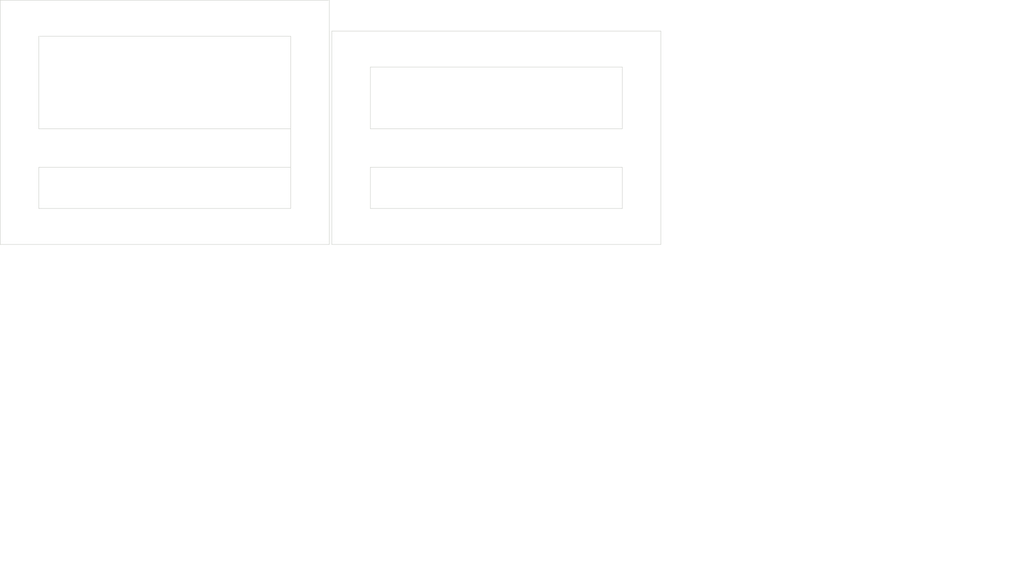
<source format=kicad_pcb>
(kicad_pcb (version 20171130) (host pcbnew 5.1.8-1.fc33)

  (general
    (thickness 1.6)
    (drawings 59)
    (tracks 0)
    (zones 0)
    (modules 0)
    (nets 1)
  )

  (page A4)
  (layers
    (0 F.Cu signal)
    (31 B.Cu signal)
    (32 B.Adhes user)
    (33 F.Adhes user)
    (34 B.Paste user)
    (35 F.Paste user)
    (36 B.SilkS user)
    (37 F.SilkS user)
    (38 B.Mask user)
    (39 F.Mask user)
    (40 Dwgs.User user)
    (41 Cmts.User user)
    (42 Eco1.User user)
    (43 Eco2.User user)
    (44 Edge.Cuts user)
    (45 Margin user)
    (46 B.CrtYd user)
    (47 F.CrtYd user)
    (48 B.Fab user)
    (49 F.Fab user)
  )

  (setup
    (last_trace_width 0.25)
    (trace_clearance 0.2)
    (zone_clearance 0.508)
    (zone_45_only no)
    (trace_min 0.2)
    (via_size 0.8)
    (via_drill 0.4)
    (via_min_size 0.4)
    (via_min_drill 0.3)
    (uvia_size 0.3)
    (uvia_drill 0.1)
    (uvias_allowed no)
    (uvia_min_size 0.2)
    (uvia_min_drill 0.1)
    (edge_width 0.05)
    (segment_width 0.2)
    (pcb_text_width 0.3)
    (pcb_text_size 1.5 1.5)
    (mod_edge_width 0.12)
    (mod_text_size 1 1)
    (mod_text_width 0.15)
    (pad_size 1.524 1.524)
    (pad_drill 0.762)
    (pad_to_mask_clearance 0)
    (aux_axis_origin 0 0)
    (visible_elements FFFFFF7F)
    (pcbplotparams
      (layerselection 0x01000_7ffffffe)
      (usegerberextensions false)
      (usegerberattributes true)
      (usegerberadvancedattributes true)
      (creategerberjobfile true)
      (excludeedgelayer true)
      (linewidth 0.150000)
      (plotframeref false)
      (viasonmask false)
      (mode 1)
      (useauxorigin false)
      (hpglpennumber 1)
      (hpglpenspeed 20)
      (hpglpendiameter 15.000000)
      (psnegative false)
      (psa4output false)
      (plotreference true)
      (plotvalue true)
      (plotinvisibletext false)
      (padsonsilk false)
      (subtractmaskfromsilk false)
      (outputformat 3)
      (mirror false)
      (drillshape 0)
      (scaleselection 1)
      (outputdirectory "./"))
  )

  (net 0 "")

  (net_class Default "To jest domyślna klasa połączeń."
    (clearance 0.2)
    (trace_width 0.25)
    (via_dia 0.8)
    (via_drill 0.4)
    (uvia_dia 0.3)
    (uvia_drill 0.1)
  )

  (gr_line (start 131.75 83.75) (end 132.25 84.5) (layer Eco1.User) (width 0.15))
  (gr_line (start 131.75 83.75) (end 132.5 83.25) (layer Eco1.User) (width 0.15))
  (gr_line (start 135.5 84.5) (end 131.75 83.75) (layer Eco1.User) (width 0.15))
  (gr_line (start 139.75 84.75) (end 133.25 82.25) (layer Eco1.User) (width 0.15))
  (gr_line (start 142.75 86) (end 139.75 84.75) (layer Eco1.User) (width 0.15))
  (gr_line (start 144 87.75) (end 142.75 86) (layer Eco1.User) (width 0.15))
  (gr_line (start 144.25 89.25) (end 144 87.75) (layer Eco1.User) (width 0.15))
  (gr_line (start 144.75 90.75) (end 144.25 89.25) (layer Eco1.User) (width 0.15))
  (gr_line (start 146.75 90.75) (end 144.75 90.75) (layer Eco1.User) (width 0.15))
  (gr_line (start 148.5 90) (end 146.75 90.75) (layer Eco1.User) (width 0.15))
  (gr_line (start 148.5 87.5) (end 148.5 90) (layer Eco1.User) (width 0.15))
  (gr_line (start 147.25 85.5) (end 148.5 87.5) (layer Eco1.User) (width 0.15))
  (gr_line (start 142.5 83.75) (end 147.25 85.5) (layer Eco1.User) (width 0.15))
  (gr_line (start 111.25 71.75) (end 142.5 83.75) (layer Eco1.User) (width 0.15))
  (gr_circle (center 151.25 87.5) (end 151.5 87.5) (layer Eco2.User) (width 0.15))
  (gr_circle (center 150.25 85.75) (end 150.25 86) (layer Eco2.User) (width 0.15))
  (gr_circle (center 146.25 89) (end 146.5 89) (layer Eco2.User) (width 0.15))
  (gr_circle (center 141.25 87.75) (end 141.5 87.75) (layer Eco2.User) (width 0.15))
  (gr_circle (center 155.5 86.25) (end 155.75 86.25) (layer Eco2.User) (width 0.15))
  (gr_circle (center 154.75 84.75) (end 155 84.75) (layer Eco2.User) (width 0.15))
  (gr_line (start 154.75 84.75) (end 141.25 87.75) (layer Eco2.User) (width 0.15))
  (gr_line (start 155.5 86.25) (end 146.25 89) (layer Eco2.User) (width 0.15))
  (gr_line (start 162 83) (end 163.25 84.5) (layer Eco1.User) (width 0.15))
  (gr_line (start 162 85) (end 162 83) (layer Eco1.User) (width 0.15))
  (gr_line (start 161 84) (end 162 85) (layer Eco1.User) (width 0.15))
  (gr_line (start 161 85.5) (end 161 84) (layer Eco1.User) (width 0.15))
  (gr_line (start 159.75 84.5) (end 161 85.5) (layer Eco1.User) (width 0.15))
  (gr_line (start 159.5 85) (end 163 83) (layer Eco1.User) (width 0.15))
  (gr_line (start 157.5 83.5) (end 159.5 85) (layer Eco1.User) (width 0.15))
  (gr_line (start 155.25 82) (end 157.5 83.5) (layer Eco1.User) (width 0.15))
  (gr_line (start 152.5 83.75) (end 155.25 82) (layer Eco1.User) (width 0.15))
  (gr_line (start 153 87) (end 152.5 83.75) (layer Eco1.User) (width 0.15))
  (gr_line (start 155.25 88.25) (end 153 87) (layer Eco1.User) (width 0.15))
  (gr_line (start 155.25 88.25) (end 188.5 68.75) (layer Eco1.User) (width 0.15))
  (gr_line (start 117.25 50) (end 117.25 46.25) (layer Edge.Cuts) (width 0.05) (tstamp 60C0C467))
  (gr_line (start 121 57.5) (end 89 57.5) (layer Edge.Cuts) (width 0.05) (tstamp 60C0C11D))
  (gr_line (start 89 57.5) (end 89 33.75) (layer Edge.Cuts) (width 0.05) (tstamp 60C0C11F))
  (gr_line (start 121 33.75) (end 121 57.5) (layer Edge.Cuts) (width 0.05) (tstamp 60C0C119))
  (gr_line (start 89 33.75) (end 121 33.75) (layer Edge.Cuts) (width 0.05) (tstamp 60C0C120))
  (gr_line (start 117.25 54) (end 92.75 54) (layer Edge.Cuts) (width 0.05) (tstamp 60C0C122))
  (gr_line (start 92.75 46.25) (end 92.75 37.25) (layer Edge.Cuts) (width 0.05) (tstamp 60C0C121))
  (gr_line (start 117.25 50) (end 117.25 54) (layer Edge.Cuts) (width 0.05) (tstamp 60C0C11E))
  (gr_line (start 92.75 50) (end 117.25 50) (layer Edge.Cuts) (width 0.05) (tstamp 60C0C11C))
  (gr_line (start 92.75 54) (end 92.75 50) (layer Edge.Cuts) (width 0.05) (tstamp 60C0C11B))
  (gr_line (start 117.25 46.25) (end 92.75 46.25) (layer Edge.Cuts) (width 0.05) (tstamp 60C0C11A))
  (gr_line (start 92.75 37.25) (end 117.25 37.25) (layer Edge.Cuts) (width 0.05) (tstamp 60C0C118))
  (gr_line (start 117.25 37.25) (end 117.25 46.25) (layer Edge.Cuts) (width 0.05) (tstamp 60C0C117))
  (gr_line (start 153.25 57.5) (end 121.25 57.5) (layer Edge.Cuts) (width 0.05) (tstamp 60C0C0E6))
  (gr_line (start 153.25 36.75) (end 153.25 57.5) (layer Edge.Cuts) (width 0.05) (tstamp 60C0C0E5))
  (gr_line (start 121.25 36.75) (end 153.25 36.75) (layer Edge.Cuts) (width 0.05))
  (gr_line (start 121.25 57.5) (end 121.25 36.75) (layer Edge.Cuts) (width 0.05))
  (gr_line (start 149.5 46.25) (end 125 46.25) (layer Edge.Cuts) (width 0.05) (tstamp 60C0C064))
  (gr_line (start 149.5 40.25) (end 149.5 46.25) (layer Edge.Cuts) (width 0.05) (tstamp 60C0C063))
  (gr_line (start 125 40.25) (end 149.5 40.25) (layer Edge.Cuts) (width 0.05) (tstamp 60C0C062))
  (gr_line (start 125 46.25) (end 125 40.25) (layer Edge.Cuts) (width 0.05) (tstamp 60C0C061))
  (gr_line (start 125 54) (end 125 50) (layer Edge.Cuts) (width 0.05) (tstamp 60C0C050))
  (gr_line (start 149.5 54) (end 125 54) (layer Edge.Cuts) (width 0.05))
  (gr_line (start 149.5 50) (end 149.5 54) (layer Edge.Cuts) (width 0.05))
  (gr_line (start 125 50) (end 149.5 50) (layer Edge.Cuts) (width 0.05))

)

</source>
